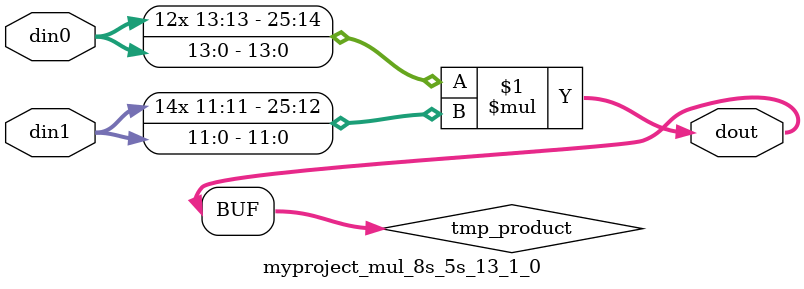
<source format=v>

`timescale 1 ns / 1 ps

  module myproject_mul_8s_5s_13_1_0(din0, din1, dout);
parameter ID = 1;
parameter NUM_STAGE = 0;
parameter din0_WIDTH = 14;
parameter din1_WIDTH = 12;
parameter dout_WIDTH = 26;

input [din0_WIDTH - 1 : 0] din0; 
input [din1_WIDTH - 1 : 0] din1; 
output [dout_WIDTH - 1 : 0] dout;

wire signed [dout_WIDTH - 1 : 0] tmp_product;













assign tmp_product = $signed(din0) * $signed(din1);








assign dout = tmp_product;







endmodule

</source>
